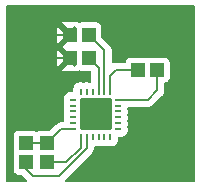
<source format=gtl>
G04 #@! TF.GenerationSoftware,KiCad,Pcbnew,8.0.7*
G04 #@! TF.CreationDate,2025-01-11T12:37:20+01:00*
G04 #@! TF.ProjectId,NGCL,4e47434c-2e6b-4696-9361-645f70636258,rev?*
G04 #@! TF.SameCoordinates,Original*
G04 #@! TF.FileFunction,Copper,L1,Top*
G04 #@! TF.FilePolarity,Positive*
%FSLAX46Y46*%
G04 Gerber Fmt 4.6, Leading zero omitted, Abs format (unit mm)*
G04 Created by KiCad (PCBNEW 8.0.7) date 2025-01-11 12:37:20*
%MOMM*%
%LPD*%
G01*
G04 APERTURE LIST*
G04 Aperture macros list*
%AMRoundRect*
0 Rectangle with rounded corners*
0 $1 Rounding radius*
0 $2 $3 $4 $5 $6 $7 $8 $9 X,Y pos of 4 corners*
0 Add a 4 corners polygon primitive as box body*
4,1,4,$2,$3,$4,$5,$6,$7,$8,$9,$2,$3,0*
0 Add four circle primitives for the rounded corners*
1,1,$1+$1,$2,$3*
1,1,$1+$1,$4,$5*
1,1,$1+$1,$6,$7*
1,1,$1+$1,$8,$9*
0 Add four rect primitives between the rounded corners*
20,1,$1+$1,$2,$3,$4,$5,0*
20,1,$1+$1,$4,$5,$6,$7,0*
20,1,$1+$1,$6,$7,$8,$9,0*
20,1,$1+$1,$8,$9,$2,$3,0*%
G04 Aperture macros list end*
G04 #@! TA.AperFunction,SMDPad,CuDef*
%ADD10RoundRect,0.000000X-0.575000X-0.550000X0.575000X-0.550000X0.575000X0.550000X-0.575000X0.550000X0*%
G04 #@! TD*
G04 #@! TA.AperFunction,SMDPad,CuDef*
%ADD11RoundRect,0.000000X0.550000X-0.575000X0.550000X0.575000X-0.550000X0.575000X-0.550000X-0.575000X0*%
G04 #@! TD*
G04 #@! TA.AperFunction,SMDPad,CuDef*
%ADD12RoundRect,0.050000X-0.240000X-0.070000X0.240000X-0.070000X0.240000X0.070000X-0.240000X0.070000X0*%
G04 #@! TD*
G04 #@! TA.AperFunction,SMDPad,CuDef*
%ADD13RoundRect,0.050000X0.070000X-0.240000X0.070000X0.240000X-0.070000X0.240000X-0.070000X-0.240000X0*%
G04 #@! TD*
G04 #@! TA.AperFunction,SMDPad,CuDef*
%ADD14RoundRect,0.050000X0.240000X0.070000X-0.240000X0.070000X-0.240000X-0.070000X0.240000X-0.070000X0*%
G04 #@! TD*
G04 #@! TA.AperFunction,SMDPad,CuDef*
%ADD15RoundRect,0.050000X-0.070000X0.240000X-0.070000X-0.240000X0.070000X-0.240000X0.070000X0.240000X0*%
G04 #@! TD*
G04 #@! TA.AperFunction,ComponentPad*
%ADD16C,0.300000*%
G04 #@! TD*
G04 #@! TA.AperFunction,SMDPad,CuDef*
%ADD17RoundRect,0.135000X-1.215000X1.215000X-1.215000X-1.215000X1.215000X-1.215000X1.215000X1.215000X0*%
G04 #@! TD*
G04 #@! TA.AperFunction,ViaPad*
%ADD18C,0.600000*%
G04 #@! TD*
G04 #@! TA.AperFunction,Conductor*
%ADD19C,0.200000*%
G04 #@! TD*
G04 APERTURE END LIST*
D10*
G04 #@! TO.P,R3,1,1*
G04 #@! TO.N,GND*
X144900000Y-98000000D03*
G04 #@! TO.P,R3,2,2*
G04 #@! TO.N,/PMIDI*
X146500000Y-98000000D03*
G04 #@! TD*
G04 #@! TO.P,R2,1,1*
G04 #@! TO.N,GND*
X144900000Y-100000000D03*
G04 #@! TO.P,R2,2,2*
G04 #@! TO.N,VCC*
X146500000Y-100000000D03*
G04 #@! TD*
D11*
G04 #@! TO.P,R4,1,1*
G04 #@! TO.N,/~{PG}*
X143000000Y-108800000D03*
G04 #@! TO.P,R4,2,2*
G04 #@! TO.N,/DRV*
X143000000Y-107200000D03*
G04 #@! TD*
D12*
G04 #@! TO.P,U1,1,VDPM*
G04 #@! TO.N,unconnected-(U1-VDPM-Pad1)*
X145175000Y-103500000D03*
G04 #@! TO.P,U1,2,USB3*
G04 #@! TO.N,unconnected-(U1-USB3-Pad2)*
X145175000Y-104000000D03*
G04 #@! TO.P,U1,3,USB2*
G04 #@! TO.N,unconnected-(U1-USB2-Pad3)*
X145175000Y-104500000D03*
G04 #@! TO.P,U1,4,USB1*
G04 #@! TO.N,unconnected-(U1-USB1-Pad4)*
X145175000Y-105000000D03*
G04 #@! TO.P,U1,5,ISET*
G04 #@! TO.N,unconnected-(U1-ISET-Pad5)*
X145175000Y-105500000D03*
G04 #@! TO.P,U1,6,DRV*
G04 #@! TO.N,/DRV*
X145175000Y-106000000D03*
D13*
G04 #@! TO.P,U1,7,~{PG}*
G04 #@! TO.N,/~{PG}*
X145837500Y-106662500D03*
G04 #@! TO.P,U1,8,~{CHG}*
G04 #@! TO.N,/~{CHG}*
X146337500Y-106662500D03*
G04 #@! TO.P,U1,9,~{CE2}*
G04 #@! TO.N,unconnected-(U1-~{CE2}-Pad9)*
X146837500Y-106662500D03*
G04 #@! TO.P,U1,10,BGATE*
G04 #@! TO.N,unconnected-(U1-BGATE-Pad10)*
X147337500Y-106662500D03*
G04 #@! TO.P,U1,11,BAT*
G04 #@! TO.N,unconnected-(U1-BAT-Pad11)*
X147837500Y-106662500D03*
G04 #@! TO.P,U1,12,BAT*
G04 #@! TO.N,unconnected-(U1-BAT-Pad12)*
X148337500Y-106662500D03*
D14*
G04 #@! TO.P,U1,13,SYS*
G04 #@! TO.N,unconnected-(U1-SYS-Pad13)*
X149000000Y-106000000D03*
G04 #@! TO.P,U1,14,SYS*
G04 #@! TO.N,unconnected-(U1-SYS-Pad14)*
X149000000Y-105500000D03*
G04 #@! TO.P,U1,15,ILIM*
G04 #@! TO.N,unconnected-(U1-ILIM-Pad15)*
X149000000Y-105000000D03*
G04 #@! TO.P,U1,16,PGND*
G04 #@! TO.N,GND*
X149000000Y-104500000D03*
G04 #@! TO.P,U1,17,PGND*
X149000000Y-104000000D03*
G04 #@! TO.P,U1,18,SW*
G04 #@! TO.N,/SW*
X149000000Y-103500000D03*
D15*
G04 #@! TO.P,U1,19,BOOT*
G04 #@! TO.N,VSYS*
X148337500Y-102837500D03*
G04 #@! TO.P,U1,20,PMIDI*
G04 #@! TO.N,/PMIDI*
X147837500Y-102837500D03*
G04 #@! TO.P,U1,21,IN*
G04 #@! TO.N,VCC*
X147337500Y-102837500D03*
G04 #@! TO.P,U1,22,USB*
G04 #@! TO.N,unconnected-(U1-USB-Pad22)*
X146837500Y-102837500D03*
G04 #@! TO.P,U1,23,PMIDU*
G04 #@! TO.N,unconnected-(U1-PMIDU-Pad23)*
X146337500Y-102837500D03*
G04 #@! TO.P,U1,24,~{CE1}*
G04 #@! TO.N,unconnected-(U1-~{CE1}-Pad24)*
X145837500Y-102837500D03*
D16*
G04 #@! TO.P,U1,25,EP*
G04 #@! TO.N,GND*
X145987500Y-104750000D03*
X147087500Y-103650000D03*
X147087500Y-104750000D03*
D17*
X147087500Y-104750000D03*
D16*
X147087500Y-105850000D03*
X148187500Y-104750000D03*
G04 #@! TD*
D11*
G04 #@! TO.P,R5,1,1*
G04 #@! TO.N,/~{CHG}*
X141200000Y-108800000D03*
G04 #@! TO.P,R5,2,2*
G04 #@! TO.N,/DRV*
X141200000Y-107200000D03*
G04 #@! TD*
D10*
G04 #@! TO.P,R1,1,1*
G04 #@! TO.N,VSYS*
X150700000Y-101000000D03*
G04 #@! TO.P,R1,2,2*
G04 #@! TO.N,/SW*
X152300000Y-101000000D03*
G04 #@! TD*
D18*
G04 #@! TO.N,GND*
X141000000Y-97000000D03*
X143400000Y-100000000D03*
X143400000Y-98000000D03*
G04 #@! TD*
D19*
G04 #@! TO.N,/SW*
X149000000Y-103500000D02*
X151500000Y-103500000D01*
X152300000Y-102700000D02*
X152300000Y-101000000D01*
X151500000Y-103500000D02*
X152300000Y-102700000D01*
G04 #@! TO.N,VSYS*
X148337500Y-101462500D02*
X148800000Y-101000000D01*
X148800000Y-101000000D02*
X150700000Y-101000000D01*
X148337500Y-102837500D02*
X148337500Y-101462500D01*
G04 #@! TO.N,VCC*
X146500000Y-100000000D02*
X147337500Y-100837500D01*
X147337500Y-100837500D02*
X147337500Y-102837500D01*
G04 #@! TO.N,GND*
X143400000Y-98000000D02*
X144900000Y-98000000D01*
X144900000Y-100000000D02*
X143400000Y-100000000D01*
G04 #@! TO.N,/PMIDI*
X146500000Y-98000000D02*
X147837500Y-99337500D01*
X147837500Y-99337500D02*
X147837500Y-102837500D01*
G04 #@! TO.N,/~{PG}*
X144600000Y-108800000D02*
X145837500Y-107562500D01*
X145837500Y-107562500D02*
X145837500Y-106662500D01*
X143000000Y-108800000D02*
X144600000Y-108800000D01*
G04 #@! TO.N,/DRV*
X144200000Y-106000000D02*
X143000000Y-107200000D01*
X141200000Y-107200000D02*
X143000000Y-107200000D01*
X145175000Y-106000000D02*
X144200000Y-106000000D01*
G04 #@! TO.N,/~{CHG}*
X143965686Y-110000000D02*
X141800000Y-110000000D01*
X141200000Y-109400000D02*
X141200000Y-108800000D01*
X141800000Y-110000000D02*
X141200000Y-109400000D01*
X146337500Y-107628186D02*
X143965686Y-110000000D01*
X146337500Y-106662500D02*
X146337500Y-107628186D01*
G04 #@! TD*
G04 #@! TA.AperFunction,Conductor*
G04 #@! TO.N,GND*
G36*
X155442539Y-95520185D02*
G01*
X155488294Y-95572989D01*
X155499500Y-95624500D01*
X155499500Y-110375500D01*
X155479815Y-110442539D01*
X155427011Y-110488294D01*
X155375500Y-110499500D01*
X144614782Y-110499500D01*
X144547743Y-110479815D01*
X144501988Y-110427011D01*
X144492044Y-110357853D01*
X144521069Y-110294297D01*
X144527101Y-110287819D01*
X144996127Y-109818793D01*
X146818020Y-107996902D01*
X146897077Y-107859970D01*
X146938001Y-107707243D01*
X146938001Y-107564479D01*
X146957686Y-107497440D01*
X147010490Y-107451685D01*
X147031615Y-107444260D01*
X147039059Y-107442378D01*
X147039060Y-107442377D01*
X147039064Y-107442377D01*
X147042005Y-107441216D01*
X147044572Y-107440985D01*
X147046772Y-107440429D01*
X147046860Y-107440778D01*
X147111590Y-107434932D01*
X147132990Y-107441215D01*
X147135936Y-107442377D01*
X147224398Y-107453000D01*
X147224403Y-107453000D01*
X147450597Y-107453000D01*
X147450602Y-107453000D01*
X147539064Y-107442377D01*
X147542005Y-107441216D01*
X147544572Y-107440985D01*
X147546768Y-107440430D01*
X147546856Y-107440778D01*
X147611590Y-107434932D01*
X147632990Y-107441215D01*
X147635936Y-107442377D01*
X147724398Y-107453000D01*
X147724403Y-107453000D01*
X147950597Y-107453000D01*
X147950602Y-107453000D01*
X148039064Y-107442377D01*
X148042005Y-107441216D01*
X148044572Y-107440985D01*
X148046768Y-107440430D01*
X148046856Y-107440778D01*
X148111590Y-107434932D01*
X148132990Y-107441215D01*
X148135936Y-107442377D01*
X148224398Y-107453000D01*
X148224403Y-107453000D01*
X148450597Y-107453000D01*
X148450602Y-107453000D01*
X148539064Y-107442377D01*
X148679842Y-107386861D01*
X148800422Y-107295422D01*
X148891861Y-107174842D01*
X148947377Y-107034064D01*
X148958000Y-106945602D01*
X148958000Y-106744500D01*
X148977685Y-106677461D01*
X149030489Y-106631706D01*
X149082000Y-106620500D01*
X149283097Y-106620500D01*
X149283102Y-106620500D01*
X149371564Y-106609877D01*
X149512342Y-106554361D01*
X149632922Y-106462922D01*
X149724361Y-106342342D01*
X149779877Y-106201564D01*
X149790500Y-106113102D01*
X149790500Y-105886898D01*
X149779877Y-105798436D01*
X149778716Y-105795494D01*
X149778485Y-105792927D01*
X149777930Y-105790732D01*
X149778278Y-105790643D01*
X149772432Y-105725910D01*
X149778715Y-105704509D01*
X149779877Y-105701564D01*
X149790500Y-105613102D01*
X149790500Y-105386898D01*
X149779877Y-105298436D01*
X149778716Y-105295494D01*
X149778485Y-105292927D01*
X149777930Y-105290732D01*
X149778278Y-105290643D01*
X149772432Y-105225910D01*
X149778715Y-105204509D01*
X149779877Y-105201564D01*
X149790500Y-105113102D01*
X149790500Y-104886898D01*
X149779877Y-104798436D01*
X149778447Y-104794811D01*
X149778162Y-104791651D01*
X149777930Y-104790732D01*
X149778075Y-104790695D01*
X149772163Y-104725228D01*
X149778450Y-104703817D01*
X149779384Y-104701446D01*
X149779386Y-104701441D01*
X149790000Y-104613060D01*
X149790000Y-104386939D01*
X149779386Y-104298558D01*
X149779384Y-104298553D01*
X149778181Y-104295501D01*
X149777940Y-104292836D01*
X149777436Y-104290841D01*
X149777752Y-104290760D01*
X149771893Y-104225914D01*
X149778181Y-104204499D01*
X149779386Y-104201442D01*
X149781238Y-104194117D01*
X149816749Y-104133944D01*
X149879154Y-104102522D01*
X149901458Y-104100500D01*
X151413331Y-104100500D01*
X151413347Y-104100501D01*
X151420943Y-104100501D01*
X151579054Y-104100501D01*
X151579057Y-104100501D01*
X151731785Y-104059577D01*
X151781904Y-104030639D01*
X151868716Y-103980520D01*
X151980520Y-103868716D01*
X151980520Y-103868714D01*
X151990728Y-103858507D01*
X151990730Y-103858504D01*
X152658506Y-103190728D01*
X152658511Y-103190724D01*
X152668714Y-103180520D01*
X152668716Y-103180520D01*
X152780520Y-103068716D01*
X152851578Y-102945639D01*
X152859577Y-102931785D01*
X152900501Y-102779057D01*
X152900501Y-102620943D01*
X152900501Y-102613348D01*
X152900500Y-102613330D01*
X152900500Y-102160764D01*
X152920185Y-102093725D01*
X152972989Y-102047970D01*
X152981167Y-102044582D01*
X153117328Y-101993797D01*
X153117327Y-101993797D01*
X153117331Y-101993796D01*
X153232546Y-101907546D01*
X153318796Y-101792331D01*
X153369091Y-101657483D01*
X153375500Y-101597873D01*
X153375499Y-100402128D01*
X153369091Y-100342517D01*
X153360257Y-100318833D01*
X153318797Y-100207671D01*
X153318793Y-100207664D01*
X153232547Y-100092455D01*
X153232544Y-100092452D01*
X153117335Y-100006206D01*
X153117328Y-100006202D01*
X152982482Y-99955908D01*
X152982483Y-99955908D01*
X152922883Y-99949501D01*
X152922881Y-99949500D01*
X152922873Y-99949500D01*
X152922864Y-99949500D01*
X151677129Y-99949500D01*
X151677123Y-99949501D01*
X151617516Y-99955908D01*
X151543332Y-99983577D01*
X151473640Y-99988561D01*
X151456668Y-99983577D01*
X151382485Y-99955909D01*
X151382483Y-99955908D01*
X151322883Y-99949501D01*
X151322881Y-99949500D01*
X151322873Y-99949500D01*
X151322864Y-99949500D01*
X150077129Y-99949500D01*
X150077123Y-99949501D01*
X150017516Y-99955908D01*
X149882671Y-100006202D01*
X149882664Y-100006206D01*
X149767455Y-100092452D01*
X149767452Y-100092455D01*
X149681206Y-100207664D01*
X149681202Y-100207671D01*
X149639742Y-100318833D01*
X149597871Y-100374767D01*
X149532407Y-100399184D01*
X149523560Y-100399500D01*
X148886670Y-100399500D01*
X148886654Y-100399499D01*
X148879058Y-100399499D01*
X148720943Y-100399499D01*
X148594093Y-100433488D01*
X148524244Y-100431826D01*
X148466381Y-100392664D01*
X148438877Y-100328436D01*
X148438000Y-100313714D01*
X148438000Y-99426560D01*
X148438001Y-99426547D01*
X148438001Y-99258444D01*
X148397076Y-99105714D01*
X148397073Y-99105709D01*
X148318024Y-98968790D01*
X148318018Y-98968782D01*
X147611818Y-98262582D01*
X147578333Y-98201259D01*
X147575499Y-98174901D01*
X147575499Y-97402129D01*
X147575498Y-97402123D01*
X147569091Y-97342516D01*
X147518797Y-97207671D01*
X147518793Y-97207664D01*
X147432547Y-97092455D01*
X147432544Y-97092452D01*
X147317335Y-97006206D01*
X147317328Y-97006202D01*
X147182482Y-96955908D01*
X147182483Y-96955908D01*
X147122883Y-96949501D01*
X147122881Y-96949500D01*
X147122873Y-96949500D01*
X147122864Y-96949500D01*
X145877129Y-96949500D01*
X145877123Y-96949501D01*
X145817514Y-96955909D01*
X145738749Y-96985286D01*
X145669057Y-96990270D01*
X145651872Y-96980885D01*
X145651402Y-96982146D01*
X145582377Y-96956402D01*
X145582375Y-96956401D01*
X145522844Y-96950000D01*
X144277172Y-96950000D01*
X144277153Y-96950001D01*
X144217625Y-96956401D01*
X144212036Y-96958484D01*
X144212036Y-96958485D01*
X144899998Y-97646447D01*
X145212819Y-97333627D01*
X145274142Y-97300142D01*
X145343834Y-97305126D01*
X145399767Y-97346998D01*
X145424184Y-97412462D01*
X145424500Y-97421308D01*
X145424500Y-97777689D01*
X145404815Y-97844728D01*
X145388181Y-97865370D01*
X145076776Y-98176776D01*
X144253552Y-99000000D01*
X145388181Y-100134629D01*
X145421666Y-100195952D01*
X145424500Y-100222310D01*
X145424500Y-100578690D01*
X145404815Y-100645729D01*
X145352011Y-100691484D01*
X145282853Y-100701428D01*
X145219297Y-100672403D01*
X145212819Y-100666371D01*
X144900000Y-100353552D01*
X144212038Y-101041513D01*
X144217619Y-101043596D01*
X144217633Y-101043599D01*
X144277155Y-101049999D01*
X144277172Y-101050000D01*
X145522828Y-101050000D01*
X145522844Y-101049999D01*
X145582366Y-101043599D01*
X145582380Y-101043596D01*
X145651397Y-101017848D01*
X145651869Y-101019113D01*
X145669029Y-101009737D01*
X145738720Y-101014701D01*
X145738750Y-101014712D01*
X145738753Y-101014714D01*
X145817517Y-101044091D01*
X145817516Y-101044091D01*
X145824444Y-101044835D01*
X145877127Y-101050500D01*
X146613000Y-101050499D01*
X146680039Y-101070183D01*
X146725794Y-101122987D01*
X146737000Y-101174499D01*
X146737000Y-101935520D01*
X146717315Y-102002559D01*
X146664511Y-102048314D01*
X146643393Y-102055737D01*
X146635938Y-102057621D01*
X146632983Y-102058787D01*
X146630411Y-102059018D01*
X146628236Y-102059569D01*
X146628148Y-102059223D01*
X146563396Y-102065065D01*
X146542017Y-102058787D01*
X146539067Y-102057623D01*
X146539062Y-102057622D01*
X146489646Y-102051688D01*
X146450602Y-102047000D01*
X146224398Y-102047000D01*
X146188521Y-102051308D01*
X146135937Y-102057622D01*
X146135932Y-102057623D01*
X146132983Y-102058787D01*
X146130416Y-102059018D01*
X146128235Y-102059570D01*
X146128147Y-102059223D01*
X146063396Y-102065065D01*
X146042017Y-102058787D01*
X146039067Y-102057623D01*
X146039062Y-102057622D01*
X145989646Y-102051688D01*
X145950602Y-102047000D01*
X145724398Y-102047000D01*
X145685353Y-102051688D01*
X145635938Y-102057622D01*
X145495156Y-102113139D01*
X145374577Y-102204577D01*
X145283139Y-102325156D01*
X145227622Y-102465938D01*
X145225023Y-102487584D01*
X145217000Y-102554398D01*
X145217000Y-102554403D01*
X145217000Y-102755500D01*
X145197315Y-102822539D01*
X145144511Y-102868294D01*
X145093000Y-102879500D01*
X144891898Y-102879500D01*
X144852853Y-102884188D01*
X144803438Y-102890122D01*
X144662656Y-102945639D01*
X144542077Y-103037077D01*
X144450639Y-103157656D01*
X144395122Y-103298438D01*
X144389188Y-103347853D01*
X144384500Y-103386898D01*
X144384500Y-103613102D01*
X144387060Y-103634418D01*
X144395122Y-103701562D01*
X144395123Y-103701567D01*
X144396287Y-103704517D01*
X144396518Y-103707083D01*
X144397070Y-103709265D01*
X144396723Y-103709352D01*
X144402565Y-103774104D01*
X144396287Y-103795483D01*
X144395123Y-103798432D01*
X144395122Y-103798437D01*
X144388808Y-103851021D01*
X144384500Y-103886898D01*
X144384500Y-104113102D01*
X144386444Y-104129288D01*
X144395122Y-104201562D01*
X144395123Y-104201567D01*
X144396287Y-104204517D01*
X144396518Y-104207083D01*
X144397070Y-104209265D01*
X144396723Y-104209352D01*
X144402565Y-104274104D01*
X144396287Y-104295483D01*
X144395123Y-104298432D01*
X144395122Y-104298437D01*
X144388808Y-104351021D01*
X144384500Y-104386898D01*
X144384500Y-104613102D01*
X144388931Y-104650000D01*
X144395122Y-104701562D01*
X144395123Y-104701567D01*
X144396287Y-104704517D01*
X144396518Y-104707083D01*
X144397070Y-104709265D01*
X144396723Y-104709352D01*
X144402565Y-104774104D01*
X144396287Y-104795483D01*
X144395123Y-104798432D01*
X144395122Y-104798437D01*
X144390759Y-104834776D01*
X144384500Y-104886898D01*
X144384500Y-105113102D01*
X144389669Y-105156154D01*
X144395122Y-105201562D01*
X144395123Y-105201567D01*
X144396287Y-105204517D01*
X144396518Y-105207083D01*
X144397070Y-105209265D01*
X144396723Y-105209352D01*
X144402565Y-105274104D01*
X144396287Y-105295483D01*
X144395121Y-105298438D01*
X144393237Y-105305893D01*
X144357721Y-105366063D01*
X144295313Y-105397480D01*
X144273020Y-105399500D01*
X144120942Y-105399500D01*
X143968215Y-105440423D01*
X143968214Y-105440423D01*
X143968212Y-105440424D01*
X143968209Y-105440425D01*
X143929247Y-105462921D01*
X143929245Y-105462922D01*
X143831290Y-105519475D01*
X143831282Y-105519481D01*
X143719478Y-105631286D01*
X143262582Y-106088181D01*
X143201259Y-106121666D01*
X143174901Y-106124500D01*
X142402129Y-106124500D01*
X142402123Y-106124501D01*
X142342516Y-106130908D01*
X142207671Y-106181202D01*
X142207669Y-106181203D01*
X142174310Y-106206176D01*
X142108845Y-106230592D01*
X142040572Y-106215740D01*
X142025690Y-106206176D01*
X141992330Y-106181203D01*
X141992328Y-106181202D01*
X141857482Y-106130908D01*
X141857483Y-106130908D01*
X141797883Y-106124501D01*
X141797881Y-106124500D01*
X141797873Y-106124500D01*
X141797864Y-106124500D01*
X140602129Y-106124500D01*
X140602123Y-106124501D01*
X140542516Y-106130908D01*
X140407671Y-106181202D01*
X140407664Y-106181206D01*
X140292455Y-106267452D01*
X140292452Y-106267455D01*
X140206206Y-106382664D01*
X140206202Y-106382671D01*
X140155908Y-106517517D01*
X140149501Y-106577116D01*
X140149500Y-106577135D01*
X140149500Y-107822870D01*
X140149501Y-107822876D01*
X140155908Y-107882483D01*
X140183577Y-107956667D01*
X140188561Y-108026358D01*
X140183577Y-108043331D01*
X140155909Y-108117514D01*
X140155908Y-108117516D01*
X140149501Y-108177116D01*
X140149500Y-108177135D01*
X140149500Y-109422870D01*
X140149501Y-109422876D01*
X140155908Y-109482483D01*
X140206202Y-109617328D01*
X140206206Y-109617335D01*
X140292452Y-109732544D01*
X140292455Y-109732547D01*
X140407664Y-109818793D01*
X140407671Y-109818797D01*
X140452618Y-109835561D01*
X140542517Y-109869091D01*
X140602127Y-109875500D01*
X140774901Y-109875499D01*
X140841941Y-109895183D01*
X140862583Y-109911818D01*
X141238584Y-110287819D01*
X141272069Y-110349142D01*
X141267085Y-110418834D01*
X141225213Y-110474767D01*
X141159749Y-110499184D01*
X141150903Y-110499500D01*
X139624500Y-110499500D01*
X139557461Y-110479815D01*
X139511706Y-110427011D01*
X139500500Y-110375500D01*
X139500500Y-99402155D01*
X143825000Y-99402155D01*
X143825000Y-100597844D01*
X143831401Y-100657375D01*
X143831402Y-100657377D01*
X143847067Y-100699379D01*
X143847068Y-100699380D01*
X144546448Y-100000000D01*
X143881324Y-99334876D01*
X143877872Y-99333863D01*
X143857229Y-99317229D01*
X143845316Y-99305316D01*
X143831402Y-99342623D01*
X143831401Y-99342627D01*
X143825000Y-99402155D01*
X139500500Y-99402155D01*
X139500500Y-97402155D01*
X143825000Y-97402155D01*
X143825000Y-98597844D01*
X143831401Y-98657374D01*
X143845315Y-98694681D01*
X143857232Y-98682766D01*
X143871439Y-98675008D01*
X144546448Y-98000000D01*
X143847068Y-97300620D01*
X143847067Y-97300620D01*
X143831402Y-97342622D01*
X143831401Y-97342624D01*
X143825000Y-97402155D01*
X139500500Y-97402155D01*
X139500500Y-95624500D01*
X139520185Y-95557461D01*
X139572989Y-95511706D01*
X139624500Y-95500500D01*
X155375500Y-95500500D01*
X155442539Y-95520185D01*
G37*
G04 #@! TD.AperFunction*
G04 #@! TA.AperFunction,Conductor*
G36*
X148132990Y-103616215D02*
G01*
X148135936Y-103617377D01*
X148135937Y-103617377D01*
X148143338Y-103620296D01*
X148142388Y-103622704D01*
X148191604Y-103651755D01*
X148215202Y-103694959D01*
X148217207Y-103694169D01*
X148220122Y-103701563D01*
X148220123Y-103701564D01*
X148223160Y-103709265D01*
X148266467Y-103819086D01*
X148272748Y-103888673D01*
X148240411Y-103950609D01*
X148238793Y-103952256D01*
X147920341Y-104270708D01*
X147920341Y-104270709D01*
X148205884Y-104556252D01*
X148239369Y-104617575D01*
X148236196Y-104661931D01*
X148207391Y-104650000D01*
X148167609Y-104650000D01*
X148130855Y-104665224D01*
X148102724Y-104693355D01*
X148087500Y-104730109D01*
X148087500Y-104769891D01*
X148102724Y-104806645D01*
X148130855Y-104834776D01*
X148167609Y-104850000D01*
X148207391Y-104850000D01*
X148214273Y-104847149D01*
X148209501Y-104886897D01*
X148209500Y-104886902D01*
X148209500Y-104888769D01*
X148209359Y-104889248D01*
X148209278Y-104890603D01*
X148208966Y-104890584D01*
X148189815Y-104955808D01*
X148173181Y-104976450D01*
X147920342Y-105229288D01*
X147920342Y-105229289D01*
X148173181Y-105482128D01*
X148206666Y-105543451D01*
X148209500Y-105569809D01*
X148209500Y-105613102D01*
X148211684Y-105631286D01*
X148220122Y-105701562D01*
X148220123Y-105701567D01*
X148221287Y-105704517D01*
X148221518Y-105707083D01*
X148222070Y-105709265D01*
X148221723Y-105709352D01*
X148227565Y-105774104D01*
X148221287Y-105795483D01*
X148217209Y-105805826D01*
X148214802Y-105804877D01*
X148185745Y-105854105D01*
X148142534Y-105877700D01*
X148143326Y-105879709D01*
X148132983Y-105883787D01*
X148130417Y-105884018D01*
X148128236Y-105884570D01*
X148128148Y-105884223D01*
X148063396Y-105890065D01*
X148042017Y-105883787D01*
X148039067Y-105882623D01*
X148039062Y-105882622D01*
X147989646Y-105876688D01*
X147950602Y-105872000D01*
X147907310Y-105872000D01*
X147840271Y-105852315D01*
X147819628Y-105835681D01*
X147566790Y-105582841D01*
X147313952Y-105835681D01*
X147252629Y-105869166D01*
X147226270Y-105872000D01*
X147224398Y-105872000D01*
X147197884Y-105875184D01*
X147184649Y-105876773D01*
X147187500Y-105869891D01*
X147187500Y-105830109D01*
X147172276Y-105793355D01*
X147144145Y-105765224D01*
X147107391Y-105750000D01*
X147067609Y-105750000D01*
X147030855Y-105765224D01*
X147002724Y-105793355D01*
X146987500Y-105830109D01*
X146987500Y-105869891D01*
X146990350Y-105876773D01*
X146950602Y-105872000D01*
X146948730Y-105872000D01*
X146948249Y-105871858D01*
X146946897Y-105871778D01*
X146946915Y-105871467D01*
X146881691Y-105852315D01*
X146861049Y-105835681D01*
X146608210Y-105582842D01*
X146355371Y-105835681D01*
X146294048Y-105869166D01*
X146267690Y-105872000D01*
X146224398Y-105872000D01*
X146188521Y-105876308D01*
X146135937Y-105882622D01*
X146135932Y-105882623D01*
X146132983Y-105883787D01*
X146130416Y-105884018D01*
X146128235Y-105884570D01*
X146128147Y-105884223D01*
X146063396Y-105890065D01*
X146042017Y-105883787D01*
X146031674Y-105879709D01*
X146032622Y-105877302D01*
X145983395Y-105848245D01*
X145959807Y-105805044D01*
X145957796Y-105805838D01*
X145954877Y-105798436D01*
X145953716Y-105795494D01*
X145953485Y-105792931D01*
X145952928Y-105790726D01*
X145953278Y-105790637D01*
X145947432Y-105725910D01*
X145953715Y-105704509D01*
X145954877Y-105701564D01*
X145965500Y-105613102D01*
X145965500Y-105569809D01*
X145985185Y-105502771D01*
X146001819Y-105482129D01*
X146113239Y-105370709D01*
X146820342Y-105370709D01*
X146820342Y-105370710D01*
X147087499Y-105637868D01*
X147354658Y-105370709D01*
X147354658Y-105370708D01*
X147087500Y-105103551D01*
X147087499Y-105103551D01*
X146820342Y-105370709D01*
X146113239Y-105370709D01*
X146254658Y-105229290D01*
X146001819Y-104976451D01*
X145968334Y-104915128D01*
X145965500Y-104888770D01*
X145965500Y-104886897D01*
X145960726Y-104847149D01*
X145967609Y-104850000D01*
X146007391Y-104850000D01*
X146044145Y-104834776D01*
X146072276Y-104806645D01*
X146087500Y-104769891D01*
X146087500Y-104749999D01*
X146199630Y-104749999D01*
X146466789Y-105017158D01*
X146733948Y-104750000D01*
X146733948Y-104749999D01*
X146714058Y-104730109D01*
X146987500Y-104730109D01*
X146987500Y-104769891D01*
X147002724Y-104806645D01*
X147030855Y-104834776D01*
X147067609Y-104850000D01*
X147107391Y-104850000D01*
X147144145Y-104834776D01*
X147172276Y-104806645D01*
X147187500Y-104769891D01*
X147187500Y-104749999D01*
X147441051Y-104749999D01*
X147708209Y-105017157D01*
X147975367Y-104749999D01*
X147708209Y-104482841D01*
X147441051Y-104749999D01*
X147187500Y-104749999D01*
X147187500Y-104730109D01*
X147172276Y-104693355D01*
X147144145Y-104665224D01*
X147107391Y-104650000D01*
X147067609Y-104650000D01*
X147030855Y-104665224D01*
X147002724Y-104693355D01*
X146987500Y-104730109D01*
X146714058Y-104730109D01*
X146466789Y-104482842D01*
X146466788Y-104482842D01*
X146199630Y-104749999D01*
X146087500Y-104749999D01*
X146087500Y-104730109D01*
X146072276Y-104693355D01*
X146044145Y-104665224D01*
X146007391Y-104650000D01*
X145967609Y-104650000D01*
X145960726Y-104652850D01*
X145965500Y-104613102D01*
X145965500Y-104611229D01*
X145965641Y-104610748D01*
X145965722Y-104609397D01*
X145966032Y-104609415D01*
X145985185Y-104544190D01*
X146001819Y-104523548D01*
X146254657Y-104270710D01*
X146254657Y-104270709D01*
X146113237Y-104129289D01*
X146820341Y-104129289D01*
X146820341Y-104129290D01*
X147087499Y-104396448D01*
X147087500Y-104396448D01*
X147354657Y-104129289D01*
X147354657Y-104129288D01*
X147087499Y-103862130D01*
X146820341Y-104129289D01*
X146113237Y-104129289D01*
X146001819Y-104017871D01*
X145968334Y-103956548D01*
X145965500Y-103930190D01*
X145965500Y-103886903D01*
X145965500Y-103886898D01*
X145954877Y-103798436D01*
X145953716Y-103795494D01*
X145953485Y-103792927D01*
X145952930Y-103790732D01*
X145953278Y-103790643D01*
X145947432Y-103725910D01*
X145953715Y-103704509D01*
X145954877Y-103701564D01*
X145954877Y-103701562D01*
X145957796Y-103694162D01*
X145960205Y-103695112D01*
X145989248Y-103645901D01*
X146032455Y-103622307D01*
X146031662Y-103620296D01*
X146039062Y-103617377D01*
X146039064Y-103617377D01*
X146042005Y-103616216D01*
X146044568Y-103615985D01*
X146046774Y-103615428D01*
X146046862Y-103615778D01*
X146111590Y-103609932D01*
X146132990Y-103616215D01*
X146135936Y-103617377D01*
X146224398Y-103628000D01*
X146224403Y-103628000D01*
X146267690Y-103628000D01*
X146334729Y-103647685D01*
X146355372Y-103664319D01*
X146608209Y-103917157D01*
X146861049Y-103664319D01*
X146922372Y-103630834D01*
X146948730Y-103628000D01*
X146950602Y-103628000D01*
X146990350Y-103623226D01*
X146987500Y-103630109D01*
X146987500Y-103669891D01*
X147002724Y-103706645D01*
X147030855Y-103734776D01*
X147067609Y-103750000D01*
X147107391Y-103750000D01*
X147144145Y-103734776D01*
X147172276Y-103706645D01*
X147187500Y-103669891D01*
X147187500Y-103630109D01*
X147184649Y-103623226D01*
X147224398Y-103628000D01*
X147226270Y-103628000D01*
X147226750Y-103628141D01*
X147228103Y-103628222D01*
X147228084Y-103628532D01*
X147293309Y-103647685D01*
X147313951Y-103664319D01*
X147566788Y-103917157D01*
X147819630Y-103664318D01*
X147880954Y-103630834D01*
X147907311Y-103628000D01*
X147950597Y-103628000D01*
X147950602Y-103628000D01*
X148039064Y-103617377D01*
X148042005Y-103616216D01*
X148044572Y-103615985D01*
X148046768Y-103615430D01*
X148046856Y-103615778D01*
X148111590Y-103609932D01*
X148132990Y-103616215D01*
G37*
G04 #@! TD.AperFunction*
G04 #@! TD*
M02*

</source>
